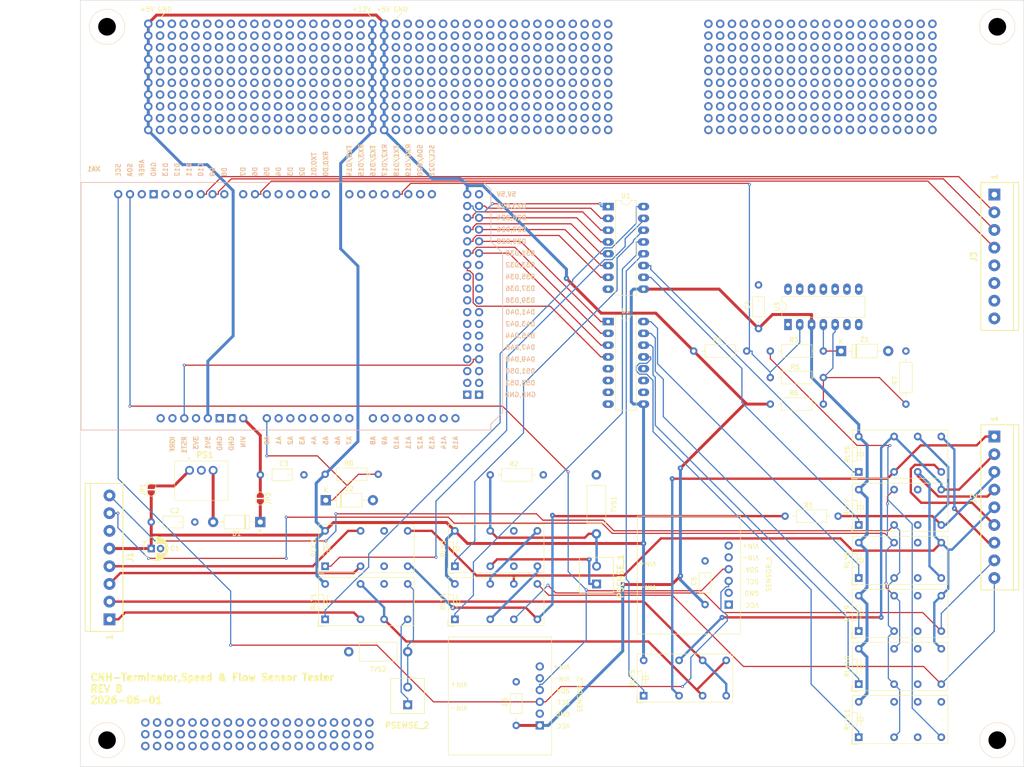
<source format=kicad_pcb>
(kicad_pcb (version 20221018) (generator pcbnew)
  (title_block (title "CNH-Terminator,Speed & Flow Sensor Tester") (rev "B") (company "TRISON SOLUTIONS LLC"))
  (layers (0 "F.Cu" signal) (1 "In1.Cu" power) (2 "In2.Cu" power) (31 "B.Cu" signal) (34 "B.Paste" user) (35 "F.Paste" user) (36 "B.SilkS" user "B.Silkscreen") (37 "F.SilkS" user "F.Silkscreen") (38 "B.Mask" user) (39 "F.Mask" user) (44 "Edge.Cuts" user))
  (net 0 "")
  (net 1 "+12V")
  (net 2 "GND")
  (net 3 "/Vin_Atmega")
  (net 4 "+5V")
  (net 5 "/+VDC_UUT_MAIN")
  (net 6 "/-VDC_UUT_MAIN")
  (net 7 "/+VDC_LOAD")
  (net 8 "/-VDC_LOAD")
  (net 9 "/-SCOPE_CH1")
  (net 10 "/+SCOPE_CH1")
  (net 11 "/SIG_GND")
  (net 12 "/CAN_BAT")
  (net 13 "/CAN_GND")
  (net 14 "Net-(J2-Pad6)")
  (net 15 "Net-(J2-Pad7)")
  (net 16 "/CAN_L")
  (net 17 "/CAN_H")
  (net 18 "+5VP")
  (net 19 "/ENA-")
  (net 20 "/DIR-")
  (net 21 "/PUL-")
  (net 417 "/+VL_SW")
  (net 418 "Net-(R3-Pad1)")
  (net 419 "Net-(U3A--)")
  (net 420 "/PULSE_COUNT")
  (net 421 "Net-(U3A-+)")
  (net 422 "/PWR_ON")
  (net 423 "/RLY1")
  (net 424 "/+VDC_UUT")
  (net 426 "/RLY2")
  (net 429 "/RLY3")
  (net 431 "Net-(RLY3-Pad8)")
  (net 432 "Net-(RLY3-Pad9)")
  (net 434 "/RLY4")
  (net 435 "/RLY5")
  (net 436 "/RLY6")
  (net 437 "/RLY7")
  (net 440 "/RLY8")
  (net 443 "/RLY9")
  (net 446 "/RLY10")
  (net 449 "/RLY11")
  (net 454 "/SCL")
  (net 455 "/SDA")
  (net 460 "Net-(U1-I1)")
  (net 461 "Net-(U1-I2)")
  (net 462 "Net-(U1-I3)")
  (net 463 "Net-(U1-I4)")
  (net 464 "Net-(U1-I5)")
  (net 465 "Net-(U1-I6)")
  (net 466 "Net-(U1-I7)")
  (net 467 "Net-(U2-I1)")
  (net 468 "Net-(U2-I2)")
  (net 469 "Net-(U2-I3)")
  (net 470 "Net-(U2-I4)")
  (net 531 "Net-(XA1-RESET)")
  (net 537 "/9DIO")
  (net 538 "/9OUT")
  (net 539 "/12IN")
  (net 759 "/UUT_IN+")
  (net 760 "Net-(J2-Pad3)")
  (net 761 "Net-(PSENSE_1-Pad1)")
  (net 762 "Net-(TVS1-A2)")
  (net 763 "Net-(TVS2-A1)")
  (net 764 "Net-(PSENSE_2-Pad1)")
  (footprint "Groz_KiCad_Libs:INA219_CURRENT_SENSOR" (layer "F.Cu") (at 149.733 201.93 90)
    (fp_text reference "SENSOR_2")
    (fp_text value "INA219_CURRENT_SENSOR")
  )
  (footprint "Groz_KiCad_Libs:SIP-20_PERF" (layer "F.Cu") (at 140.335 68.58 180)
    (fp_text reference "PR13" hide)
    (fp_text value "Conn_01x20_Perf" hide)
  )
  (footprint "Groz_KiCad_Libs:CONN-TH_EDSTLZ1555-9" (layer "F.Cu") (at 247.65 139.7 -90)
    (fp_text reference "J2")
    (fp_text value "EDSTLZ1555_9" hide)
  )
  (footprint "Groz_KiCad_Libs:SIP-20_PERF" (layer "F.Cu") (at 140.335 58.42 180)
    (fp_text reference "PR17" hide)
    (fp_text value "Conn_01x20_Perf" hide)
  )
  (footprint "Groz_KiCad_Libs:D_DO-41_SOD81_P10.16mm_Horizontal" (layer "F.Cu") (at 89.535 158.115 180)
    (fp_text reference "D1")
    (fp_text value "1N5817")
  )
  (footprint "Groz_KiCad_Libs:R_Axial_DIN0207_L6.3mm_D2.5mm_P11.43mm_Horizontal_0.25W" (layer "F.Cu") (at 199.39 121.285)
    (fp_text reference "R3")
    (fp_text value "1K")
  )
  (footprint "Groz_KiCad_Libs:SIP-20_PERF" (layer "F.Cu") (at 210.185 68.58)
    (fp_text reference "PR31" hide)
    (fp_text value "Conn_01x20_Perf" hide)
  )
  (footprint "Groz_KiCad_Libs:SIP-20_PERF" (layer "F.Cu") (at 140.335 50.8 180)
    (fp_text reference "PR20" hide)
    (fp_text value "Conn_01x20_Perf" hide)
  )
  (footprint "Groz_KiCad_Libs:SIP-20_PERF" (layer "F.Cu") (at 140.335 53.34 180)
    (fp_text reference "PR19" hide)
    (fp_text value "Conn_01x20_Perf" hide)
  )
  (footprint "Groz_KiCad_Libs:C_Axial_L170mil_D100mil_P370mil_Horizontal" (layer "F.Cu") (at 89.535 147.955)
    (fp_text reference "C3")
    (fp_text value "0.1uF")
  )
  (footprint "Groz_KiCad_Libs:D_DO-41_SOD81_P10.16mm_Horizontal" (layer "F.Cu") (at 214.63 121.285)
    (fp_text reference "Z1")
    (fp_text value "1N4732A")
  )
  (footprint "Groz_KiCad_Libs:CP_Radial_D5.0mm_P2.00mm" (layer "F.Cu") (at 66.04 163.83)
    (fp_text reference "C1")
    (fp_text value "10uF 35v")
  )
  (footprint "Groz_KiCad_Libs:SA20CA_P12.70mm_Horizontal" (layer "F.Cu") (at 161.925 147.955 -90)
    (fp_text reference "TVS1")
    (fp_text value "SA20CA")
  )
  (footprint "Groz_KiCad_Libs:SolderJumper-2_P1.3mm_Open_RoundedPad1.0x1.5mm" (layer "F.Cu") (at 66.04 151.145 90)
    (fp_text reference "JP1")
    (fp_text value "SolderJumper_2_Open")
  )
  (footprint "Groz_KiCad_Libs:MTH 6-32_NPTH" (layer "F.Cu") (at 248.285 205.105)
    (fp_text reference "MTH2")
    (fp_text value "MTH 6-32_NPTH" hide)
  )
  (footprint "Groz_KiCad_Libs:C_Axial_L170mil_D100mil_P370mil_Horizontal" (layer "F.Cu") (at 185.3438 175.895 90)
    (fp_text reference "C5")
    (fp_text value "0.1uF")
  )
  (footprint "Groz_KiCad_Libs:R_Axial_DIN0207_L6.3mm_D2.5mm_P11.43mm_Horizontal_0.25W" (layer "F.Cu") (at 210.82 127 180)
    (fp_text reference "R5")
    (fp_text value "33K")
  )
  (footprint "Groz_KiCad_Libs:SIP-20_PERF" (layer "F.Cu") (at 210.185 73.66)
    (fp_text reference "PR33" hide)
    (fp_text value "Conn_01x20_Perf" hide)
  )
  (footprint "Groz_KiCad_Libs:SIP-20_PERF" (layer "F.Cu") (at 89.535 50.8 180)
    (fp_text reference "PR10" hide)
    (fp_text value "Conn_01x20_Perf" hide)
  )
  (footprint "Groz_KiCad_Libs:SIP-20_PERF" (layer "F.Cu") (at 89.535 71.12 180)
    (fp_text reference "PR2" hide)
    (fp_text value "Conn_01x20_Perf" hide)
  )
  (footprint "Groz_KiCad_Libs:INA219_CURRENT_SENSOR" (layer "F.Cu") (at 190.423 175.8958 90)
    (fp_text reference "SENSOR_1")
    (fp_text value "INA219_CURRENT_SENSOR")
  )
  (footprint "Groz_KiCad_Libs:SIP-20_PERF" (layer "F.Cu") (at 140.335 66.04 180)
    (fp_text reference "PR14" hide)
    (fp_text value "Conn_01x20_Perf" hide)
  )
  (footprint "Groz_KiCad_Libs:SIP-20_PERF" (layer "F.Cu") (at 140.335 60.96 180)
    (fp_text reference "PR16" hide)
    (fp_text value "Conn_01x20_Perf" hide)
  )
  (footprint "Groz_KiCad_Libs:SIP-20_PERF" (layer "F.Cu") (at 210.185 53.34)
    (fp_text reference "PR25" hide)
    (fp_text value "Conn_01x20_Perf" hide)
  )
  (footprint "Groz_KiCad_Libs:1727010_2PIN_3.81mm_CONN" (layer "F.Cu") (at 161.975 171.45 90)
    (fp_text reference "PSENSE_1")
    (fp_text value "1727010_2PIN_3.81mm_CONN" hide)
  )
  (footprint "Groz_KiCad_Libs:SIP-20_PERF" (layer "F.Cu") (at 89.535 60.96 180)
    (fp_text reference "PR6" hide)
    (fp_text value "Conn_01x20_Perf" hide)
  )
  (footprint "Groz_KiCad_Libs:Relay_DPDT_Omron_G5V-2" (layer "F.Cu") (at 131.445 167.64 90)
    (fp_text reference "RLY3")
    (fp_text value "G5V-2_12DC")
  )
  (footprint "Groz_KiCad_Libs:SIP-20_PERF" (layer "F.Cu") (at 89.535 55.88 180)
    (fp_text reference "PR8" hide)
    (fp_text value "Conn_01x20_Perf" hide)
  )
  (footprint "Groz_KiCad_Libs:Relay_DPDT_Omron_G5V-2" (layer "F.Cu") (at 218.44 170.18 90)
    (fp_text reference "RLY8")
    (fp_text value "G5V-2_12DC")
  )
  (footprint "Groz_KiCad_Libs:SIP-20_PERF" (layer "F.Cu") (at 140.335 73.66 180)
    (fp_text reference "PR11" hide)
    (fp_text value "Conn_01x20_Perf" hide)
  )
  (footprint "Groz_KiCad_Libs:R78_9V_1A_SIP_TH" (layer "F.Cu") (at 74.295 146.975)
    (fp_text reference "PS1")
    (fp_text value "R-78B_9.0V-1.0A" hide)
  )
  (footprint "Groz_KiCad_Libs:SIP-20_PERF" (layer "F.Cu") (at 140.335 55.88 180)
    (fp_text reference "PR18" hide)
    (fp_text value "Conn_01x20_Perf" hide)
  )
  (footprint "Groz_KiCad_Libs:Relay_DPDT_Omron_G5V-2" (layer "F.Cu") (at 218.44 204.47 90)
    (fp_text reference "RLY11")
    (fp_text value "G5V-2_12DC")
  )
  (footprint "Groz_KiCad_Libs:R_Axial_DIN0207_L6.3mm_D2.5mm_P11.43mm_Horizontal_0.25W" (layer "F.Cu") (at 202.565 156.845)
    (fp_text reference "R1")
    (fp_text value "1k 1/2W")
  )
  (footprint "Groz_KiCad_Libs:MTH 6-32_NPTH" (layer "F.Cu") (at 56.515 51.435)
    (fp_text reference "MTH4")
    (fp_text value "MTH 6-32_NPTH" hide)
  )
  (footprint "Groz_KiCad_Libs:Relay_DPDT_Omron_G5V-2" (layer "F.Cu") (at 172.1175 195.5325 90)
    (fp_text reference "RLY5")
    (fp_text value "G5V-2_12DC")
  )
  (footprint "Groz_KiCad_Libs:SIP-20_PERF" (layer "F.Cu") (at 140.335 71.12 180)
    (fp_text reference "PR12" hide)
    (fp_text value "Conn_01x20_Perf" hide)
  )
  (footprint "Groz_KiCad_Libs:D_DO-41_SOD81_P10.16mm_Horizontal" (layer "F.Cu") (at 103.632 153.416)
    (fp_text reference "Z2")
    (fp_text value "1N4732A")
  )
  (footprint "Groz_KiCad_Libs:MTH 6-32_NPTH" (layer "F.Cu") (at 56.515 205.105)
    (fp_text reference "MTH1")
    (fp_text value "MTH 6-32_NPTH" hide)
  )
  (footprint "Groz_KiCad_Libs:R_Axial_DIN0207_L6.3mm_D2.5mm_P11.43mm_Horizontal_0.25W" (layer "F.Cu") (at 103.505 147.828)
    (fp_text reference "R8")
    (fp_text value "1K")
  )
  (footprint "Groz_KiCad_Libs:C_Axial_L170mil_D100mil_P370mil_Horizontal" (layer "F.Cu") (at 66.0316 158.115)
    (fp_text reference "C2")
    (fp_text value "0.1uF")
  )
  (footprint "Groz_KiCad_Libs:Relay_DPDT_Omron_G5V-2" (layer "F.Cu") (at 131.445 179.07 90)
    (fp_text reference "RLY4")
    (fp_text value "G5V-2_12DC")
  )
  (footprint "Groz_KiCad_Libs:SIP-20_PERF" (layer "F.Cu") (at 210.185 71.12)
    (fp_text reference "PR32" hide)
    (fp_text value "Conn_01x20_Perf" hide)
  )
  (footprint "Groz_KiCad_Libs:SIP-20_PERF" (layer "F.Cu") (at 88.9 201.295)
    (fp_text reference "PR22" hide)
    (fp_text value "Conn_01x20_Perf")
  )
  (footprint "Groz_KiCad_Libs:SIP-20_PERF" (layer "F.Cu") (at 88.9 203.835)
    (fp_text reference "PR23" hide)
    (fp_text value "Conn_01x20_Perf")
  )
  (footprint "Groz_KiCad_Libs:SIP-20_PERF" (layer "F.Cu") (at 210.185 50.8)
    (fp_text reference "PR24" hide)
    (fp_text value "Conn_01x20_Perf" hide)
  )
  (footprint "Groz_KiCad_Libs:1727010_2PIN_3.81mm_CONN" (layer "F.Cu") (at 121.285 197.485 90)
    (fp_text reference "PSENSE_2")
    (fp_text value "1727010_2PIN_3.81mm_CONN" hide)
  )
  (footprint "Groz_KiCad_Libs:R_Axial_DIN0207_L6.3mm_D2.5mm_P11.43mm_Horizontal_0.25W" (layer "F.Cu") (at 199.39 132.715)
    (fp_text reference "R6")
    (fp_text value "1K")
  )
  (footprint "Groz_KiCad_Libs:SIP-20_PERF" (layer "F.Cu") (at 210.185 60.96)
    (fp_text reference "PR28" hide)
    (fp_text value "Conn_01x20_Perf" hide)
  )
  (footprint "Groz_KiCad_Libs:Relay_DPDT_Omron_G5V-2" (layer "F.Cu") (at 218.44 181.61 90)
    (fp_text reference "RLY9")
    (fp_text value "G5V-2_12DC")
  )
  (footprint "Groz_KiCad_Libs:SIP-20_PERF" (layer "F.Cu") (at 89.535 73.66 180)
    (fp_text reference "PR1" hide)
    (fp_text value "Conn_01x20_Perf" hide)
  )
  (footprint "Groz_KiCad_Libs:SIP-20_PERF" (layer "F.Cu") (at 210.185 63.5)
    (fp_text reference "PR29" hide)
    (fp_text value "Conn_01x20_Perf" hide)
  )
  (footprint "Groz_KiCad_Libs:SIP-20_PERF" (layer "F.Cu") (at 89.535 53.34 180)
    (fp_text reference "PR9" hide)
    (fp_text value "Conn_01x20_Perf" hide)
  )
  (footprint "Groz_KiCad_Libs:SIP-20_PERF" (layer "F.Cu") (at 140.335 63.5 180)
    (fp_text reference "PR15" hide)
    (fp_text value "Conn_01x20_Perf" hide)
  )
  (footprint "Groz_KiCad_Libs:SA20CA_P12.70mm_Horizontal" (layer "F.Cu") (at 121.285 186.055 180)
    (fp_text reference "TVS2")
    (fp_text value "SA20CA")
  )
  (footprint "Groz_KiCad_Libs:Relay_DPDT_Omron_G5V-2" (layer "F.Cu") (at 218.44 193.04 90)
    (fp_text reference "RLY10")
    (fp_text value "G5V-2_12DC")
  )
  (footprint "Groz_KiCad_Libs:DIP-14_W7.62mm_LongPads" (layer "F.Cu") (at 203.2 115.57 90)
    (fp_text reference "U3")
    (fp_text value "LM339")
  )
  (footprint "Groz_KiCad_Libs:CONN-TH_EDSTLZ1555-8" (layer "F.Cu") (at 247.65 87.5825 -90)
    (fp_text reference "J3")
    (fp_text value "EDSTLZ1555_8" hide)
  )
  (footprint "Groz_KiCad_Libs:Relay_DPDT_Omron_G5V-2" (layer "F.Cu") (at 103.505 167.64 90)
    (fp_text reference "RLY2")
    (fp_text value "G5V-2_12DC")
  )
  (footprint "Groz_KiCad_Libs:C_Axial_L170mil_D100mil_P370mil_Horizontal" (layer "F.Cu") (at 144.653 201.93 90)
    (fp_text reference "C6")
    (fp_text value "0.1uF")
  )
  (footprint "Groz_KiCad_Libs:SIP-20_PERF" (layer "F.Cu") (at 89.535 66.04 180)
    (fp_text reference "PR4" hide)
    (fp_text value "Conn_01x20_Perf" hide)
  )
  (footprint "Groz_KiCad_Libs:Arduino_Mega2560_Shield" (layer "F.Cu") (at 40.132 138.303)
    (fp_text reference "XA1")
    (fp_text value "Arduino_Mega2560_Shield")
  )
  (footprint "Groz_KiCad_Libs:R_Axial_DIN0207_L6.3mm_D2.5mm_P11.43mm_Horizontal_0.25W" (layer "F.Cu") (at 139.065 147.955)
    (fp_text reference "R2")
    (fp_text value "5.6k")
  )
  (footprint "Groz_KiCad_Libs:SIP-20_PERF" (layer "F.Cu") (at 210.185 66.04)
    (fp_text reference "PR30" hide)
    (fp_text value "Conn_01x20_Perf" hide)
  )
  (footprint "Groz_KiCad_Libs:DIP-16_W7.62mm_LongPads" (layer "F.Cu") (at 164.465 90.17)
    (fp_text reference "U1")
    (fp_text value "ULN2003A")
  )
  (footprint "Groz_KiCad_Libs:R_Axial_DIN0207_L6.3mm_D2.5mm_P11.43mm_Horizontal_0.25W" (layer "F.Cu") (at 182.88 121.285)
    (fp_text reference "R4")
    (fp_text value "10K")
  )
  (footprint "Groz_KiCad_Libs:SIP-20_PERF" (layer "F.Cu") (at 89.535 58.42 180)
    (fp_text reference "PR7" hide)
    (fp_text value "Conn_01x20_Perf" hide)
  )
  (footprint "Groz_KiCad_Libs:DIP-16_W7.62mm_LongPads" (layer "F.Cu") (at 164.465 114.935)
    (fp_text reference "U2")
    (fp_text value "ULN2003A")
  )
  (footprint "Groz_KiCad_Libs:SIP-20_PERF" (layer "F.Cu") (at 89.535 63.5 180)
    (fp_text reference "PR5" hide)
    (fp_text value "Conn_01x20_Perf" hide)
  )
  (footprint "Groz_KiCad_Libs:MTH 6-32_NPTH" (layer "F.Cu") (at 248.285 51.435)
    (fp_text reference "MTH3")
    (fp_text value "MTH 6-32_NPTH" hide)
  )
  (footprint "Groz_KiCad_Libs:SIP-20_PERF" (layer "F.Cu") (at 88.9 206.375)
    (fp_text reference "PR21" hide)
    (fp_text value "Conn_01x20_Perf")
  )
  (footprint "Groz_KiCad_Libs:Relay_DPDT_Omron_G5V-2" (layer "F.Cu") (at 103.505 179.0704 90)
    (fp_text reference "RLY1")
    (fp_text value "G5V-2_12DC")
  )
  (footprint "Groz_KiCad_Libs:R_Axial_DIN0207_L6.3mm_D2.5mm_P11.43mm_Horizontal_0.25W" (layer "F.Cu") (at 228.6 132.715 90)
    (fp_text reference "R7")
    (fp_text value "2K")
  )
  (footprint "Groz_KiCad_Libs:SIP-20_PERF" (layer "F.Cu") (at 89.535 68.58 180)
    (fp_text reference "PR3" hide)
    (fp_text value "Conn_01x20_Perf" hide)
  )
  (footprint "Groz_KiCad_Libs:SolderJumper-2_P1.3mm_Open_RoundedPad1.0x1.5mm" (layer "F.Cu") (at 89.535 153.05 -90)
    (fp_text reference "JP2")
    (fp_text value "SolderJumper_2_Open")
  )
  (footprint "Groz_KiCad_Libs:Relay_DPDT_Omron_G5V-2" (layer "F.Cu") (at 218.44 147.32 90)
    (fp_text reference "RLY6")
    (fp_text value "G5V-2_12DC")
  )
  (footprint "Groz_KiCad_Libs:SIP-20_PERF" (layer "F.Cu") (at 210.185 55.88)
    (fp_text reference "PR26" hide)
    (fp_text value "Conn_01x20_Perf" hide)
  )
  (footprint "Groz_KiCad_Libs:C_Axial_L170mil_D100mil_P370mil_Horizontal" (layer "F.Cu") (at 196.85 116.442 90)
    (fp_text reference "C4")
    (fp_text value "0.1uF")
  )
  (footprint "Groz_KiCad_Libs:Relay_DPDT_Omron_G5V-2" (layer "F.Cu") (at 218.44 158.75 90)
    (fp_text reference "RLY7")
    (fp_text value "G5V-2_12DC")
  )
  (footprint "Groz_KiCad_Libs:SIP-20_PERF" (layer "F.Cu") (at 210.185 58.42)
    (fp_text reference "PR27" hide)
    (fp_text value "Conn_01x20_Perf" hide)
  )
  (footprint "Groz_KiCad_Libs:CONN-TH_EDSTLZ1555-8" (layer "F.Cu") (at 57.0484 179.07 90)
    (fp_text reference "J1")
    (fp_text value "EDSTLZ1555_8" hide)
  )
  (gr_line (start 113.665 49.53) (end 112.649 48.514) (stroke (width 0.1524)) (layer "F.SilkS"))
  (gr_line (start 67.945 49.53) (end 69.088 48.387) (stroke (width 0.1524)) (layer "F.SilkS"))
  (gr_line (start 118.872 49.53) (end 120.015 48.387) (stroke (width 0.1524)) (layer "F.SilkS"))
  (gr_line (start 254 210.82) (end 50.8 210.82) (stroke (width 0.1016)) (layer "Edge.Cuts"))
  (gr_line (start 254 45.72) (end 254 210.82) (stroke (width 0.1016)) (layer "Edge.Cuts"))
  (gr_line (start 254 45.72) (end 50.8 45.72) (stroke (width 0.1016)) (layer "Edge.Cuts"))
  (gr_line (start 50.8 210.82) (end 50.8 45.72) (stroke (width 0.1016)) (layer "Edge.Cuts"))
  (gr_text "${TITLE}\nREV ${REVISION}\n${CURRENT_DATE}" (at 52.7304 197.3834) (layer "F.SilkS") (effects (font (size 1.524 1.524) (thickness 0.381) bold) (justify left bottom)))
  (gr_text "GND" (at 67.31 48.26) (layer "F.SilkS") (effects (font (size 1.016 1.016) (thickness 0.1524)) (justify left bottom)))
  (gr_text "+5V" (at 114.3 48.26) (layer "F.SilkS") (effects (font (size 1.016 1.016) (thickness 0.1524)) (justify left bottom)))
  (gr_text "GND" (at 118.11 48.26) (layer "F.SilkS") (effects (font (size 1.016 1.016) (thickness 0.1524)) (justify left bottom)))
  (gr_text "+5V" (at 63.5 48.26) (layer "F.SilkS") (effects (font (size 1.016 1.016) (thickness 0.1524)) (justify left bottom)))
  (gr_text "XA1" (at 53.975 81.915) (layer "F.SilkS") (effects (font (size 1.016 1.016) (thickness 0.1524))))
  (gr_text "+12V" (at 109.22 48.26) (layer "F.SilkS") (effects (font (size 1.016 1.016) (thickness 0.1524)) (justify left bottom)))
  (segment (start 131.4429 160.02) (end 131.445 160.02) (width 0.635) (layer "F.Cu") (net 1))
  (segment (start 105.3045 158.2205) (end 129.6434 158.2205) (width 0.635) (layer "F.Cu") (net 1))
  (segment (start 131.445 160.02) (end 134.1586 162.7336) (width 0.635) (layer "F.Cu") (net 1))
  (segment (start 103.505 160.02) (end 102.5931 160.9319) (width 0.635) (layer "F.Cu") (net 1))
  (segment locked (start 66.04 163.83) (end 66.04 151.9475) (width 0.635) (layer "F.Cu") (net 1))
  (segment locked (start 57.0484 163.83) (end 66.04 163.83) (width 0.635) (layer "F.Cu") (net 1))
  (segment (start 134.1586 162.7336) (end 172.085 162.7336) (width 0.635) (layer "F.Cu") (net 1))
  (segment (start 208.28 113.4156) (end 199.8764 113.4156) (width 0.635) (layer "F.Cu") (net 1))
  (segment (start 102.5931 160.9319) (end 66.04 160.9319) (width 0.635) (layer "F.Cu") (net 1))
  (segment (start 208.28 115.57) (end 208.28 113.4156) (width 0.635) (layer "F.Cu") (net 1))
  (segment (start 199.8764 113.4156) (end 196.85 116.442) (width 0.635) (layer "F.Cu") (net 1))
  (segment (start 66.04 157.3302) (end 66.0316 157.3386) (width 0.635) (layer "F.Cu") (net 1))
  (segment (start 66.0316 157.3386) (end 66.0316 158.115) (width 0.635) (layer "F.Cu") (net 1))
  (segment (start 188.358 107.95) (end 196.85 116.442) (width 0.635) (layer "F.Cu") (net 1))
  (segment (start 103.505 160.02) (end 105.3045 158.2205) (width 0.635) (layer "F.Cu") (net 1))
  (segment (start 172.085 107.95) (end 188.358 107.95) (width 0.635) (layer "F.Cu") (net 1))
  (segment (start 129.6434 158.2205) (end 131.4429 160.02) (width 0.635) (layer "F.Cu") (net 1))
  (via (at 172.085 162.7336) (size 1.143) (drill 0.381) (layers "F.Cu" "B.Cu") (net 1))
  (segment (start 220.2652 152.9552) (end 220.2652 160.7348) (width 0.635) (layer "B.Cu") (net 1))
  (segment (start 113.665 68.58) (end 113.665 71.12) (width 0.635) (layer "B.Cu") (net 1))
  (segment (start 220.2199 164.3399) (end 218.44 162.56) (width 0.635) (layer "B.Cu") (net 1))
  (segment (start 208.28 115.57) (end 208.28 126.9478) (width 0.635) (layer "B.Cu") (net 1))
  (segment (start 172.085 187.88) (end 172.085 162.7336) (width 0.635) (layer "B.Cu") (net 1))
  (segment (start 172.1175 187.9125) (end 172.085 187.88) (width 0.635) (layer "B.Cu") (net 1))
  (segment (start 220.2199 183.6401) (end 218.44 185.42) (width 0.635) (layer "B.Cu") (net 1))
  (segment (start 103.505 171.4504) (end 101.7222 169.6676) (width 0.635) (layer "B.Cu") (net 1))
  (segment (start 101.5776 149.7554) (end 103.505 147.828) (width 0.635) (layer "B.Cu") (net 1))
  (segment (start 169.4461 108.4345) (end 169.4461 132.2305) (width 0.635) (layer "B.Cu") (net 1))
  (segment (start 208.28 126.9478) (end 218.44 137.1078) (width 0.635) (layer "B.Cu") (net 1))
  (segment (start 218.44 173.99) (end 220.2199 172.2101) (width 0.635) (layer "B.Cu") (net 1))
  (segment (start 113.665 55.88) (end 113.665 53.34) (width 0.635) (layer "B.Cu") (net 1))
  (segment (start 101.5776 158.0926) (end 101.5776 149.7554) (width 0.635) (layer "B.Cu") (net 1))
  (segment (start 113.665 58.42) (end 113.665 60.96) (width 0.635) (layer "B.Cu") (net 1))
  (segment (start 113.665 71.12) (end 113.665 73.66) (width 0.635) (layer "B.Cu") (net 1))
  (segment (start 113.665 66.04) (end 113.665 68.58) (width 0.635) (layer "B.Cu") (net 1))
  (segment (start 220.2199 172.2101) (end 220.2199 164.3399) (width 0.635) (layer "B.Cu") (net 1))
  (segment (start 220.2199 187.1999) (end 220.2199 195.0701) (width 0.635) (layer "B.Cu") (net 1))
  (segment (start 169.9306 107.95) (end 169.4461 108.4345) (width 0.635) (layer "B.Cu") (net 1))
  (segment (start 101.7222 161.8028) (end 103.505 160.02) (width 0.635) (layer "B.Cu") (net 1))
  (segment (start 113.665 63.5) (end 113.665 60.96) (width 0.635) (layer "B.Cu") (net 1))
  (segment (start 129.6232 169.6282) (end 129.6232 161.8418) (width 0.635) (layer "B.Cu") (net 1))
  (segment (start 220.2652 160.7348) (end 218.44 162.56) (width 0.635) (layer "B.Cu") (net 1))
  (segment (start 113.665 53.34) (end 113.665 50.8) (width 0.635) (layer "B.Cu") (net 1))
  (segment (start 220.2199 175.7699) (end 220.2199 183.6401) (width 0.635) (layer "B.Cu") (net 1))
  (segment (start 172.085 107.95) (end 169.9306 107.95) (width 0.635) (layer "B.Cu") (net 1))
  (segment (start 101.7222 169.6676) (end 101.7222 161.8028) (width 0.635) (layer "B.Cu") (net 1))
  (segment (start 218.44 151.13) (end 220.2652 152.9552) (width 0.635) (layer "B.Cu") (net 1))
  (segment (start 106.8393 80.8596) (end 106.8393 99.259) (width 0.635) (layer "B.Cu") (net 1))
  (segment (start 218.44 185.42) (end 220.2199 187.1999) (width 0.635) (layer "B.Cu") (net 1))
  (segment (start 110.5625 102.9822) (end 110.5625 140.7705) (width 0.635) (layer "B.Cu") (net 1))
  (segment (start 110.5625 140.7705) (end 103.505 147.828) (width 0.635) (layer "B.Cu") (net 1))
  (segment (start 220.259 141.519) (end 218.44 139.7) (width 0.635) (layer "B.Cu") (net 1))
  (segment (start 106.8393 99.259) (end 110.5625 102.9822) (width 0.635) (layer "B.Cu") (net 1))
  (segment (start 218.44 137.1078) (end 218.44 139.7) (width 0.635) (layer "B.Cu") (net 1))
  (segment (start 113.665 73.66) (end 113.665 74.0339) (width 0.635) (layer "B.Cu") (net 1))
  (segment (start 218.44 173.99) (end 220.2199 175.7699) (width 0.635) (layer "B.Cu") (net 1))
  (segment (start 113.665 74.0339) (end 106.8393 80.8596) (width 0.635) (layer "B.Cu") (net 1))
  (segment (start 129.6232 161.8418) (end 131.445 160.02) (width 0.635) (layer "B.Cu") (net 1))
  (segment (start 172.085 162.7336) (end 172.085 132.715) (width 0.635) (layer "B.Cu") (net 1))
  (segment (start 113.665 55.88) (end 113.665 58.42) (width 0.635) (layer "B.Cu") (net 1))
  (segment (start 220.2199 195.0701) (end 218.44 196.85) (width 0.635) (layer "B.Cu") (net 1))
  (segment (start 169.4461 132.2305) (end 169.9306 132.715) (width 0.635) (layer "B.Cu") (net 1))
  (segment (start 172.085 132.715) (end 169.9306 132.715) (width 0.635) (layer "B.Cu") (net 1))
  (segment (start 131.445 171.45) (end 129.6232 169.6282) (width 0.635) (layer "B.Cu") (net 1))
  (segment (start 103.505 160.02) (end 101.5776 158.0926) (width 0.635) (layer "B.Cu") (net 1))
  (segment (start 220.259 149.311) (end 220.259 141.519) (width 0.635) (layer "B.Cu") (net 1))
  (segment (start 218.44 151.13) (end 220.259 149.311) (width 0.635) (layer "B.Cu") (net 1))
  (segment (start 113.665 66.04) (end 113.665 63.5) (width 0.635) (layer "B.Cu") (net 1))
  (segment locked (start 89.535 139.446) (end 85.852 135.763) (width 0.635) (layer "F.Cu") (net 3))
  (segment locked (start 89.535 147.955) (end 89.535 139.446) (width 0.635) (layer "F.Cu") (net 3))
  (segment locked (start 89.535 147.955) (end 89.535 152.2475) (width 0.635) (layer "F.Cu") (net 3))
  (segment (start 167.6032 171.581) (end 178.1663 171.581) (width 0.635) (layer "F.Cu") (net 4))
  (segment (start 114.5017 48.9235) (end 116.205 50.6268) (width 0.635) (layer "F.Cu") (net 4))
  (segment (start 194.0619 132.4669) (end 194.31 132.715) (width 0.635) (layer "F.Cu") (net 4))
  (segment (start 194.0619 132.4669) (end 182.88 121.285) (width 0.635) (layer "F.Cu") (net 4))
  (segment (start 162.9655 113.1277) (end 155.479 105.6412) (width 0.635) (layer "F.Cu") (net 4))
  (segment (start 144.653 201.93) (end 149.733 201.93) (width 0.635) (layer "F.Cu") (net 4))
  (segment (start 65.405 50.8) (end 65.405 50.6942) (width 0.635) (layer "F.Cu") (net 4))
  (segment (start 116.205 50.6268) (end 116.205 50.8) (width 0.635) (layer "F.Cu") (net 4))
  (segment (start 67.1757 48.9235) (end 114.5017 48.9235) (width 0.635) (layer "F.Cu") (net 4))
  (segment (start 174.7227 113.1277) (end 162.9655 113.1277) (width 0.635) (layer "F.Cu") (net 4))
  (segment (start 65.405 50.6942) (end 67.1757 48.9235) (width 0.635) (layer "F.Cu") (net 4))
  (segment (start 194.0619 132.4669) (end 180.0304 146.4984) (width 0.635) (layer "F.Cu") (net 4))
  (segment (start 178.1663 171.581) (end 180.0304 169.7169) (width 0.635) (layer "F.Cu") (net 4))
  (segment (start 182.88 121.285) (end 174.7227 113.1277) (width 0.635) (layer "F.Cu") (net 4))
  (segment (start 194.31 132.715) (end 199.39 132.715) (width 0.635) (layer "F.Cu") (net 4))
  (via (at 180.0304 169.7169) (size 1.143) (drill 0.381) (layers "F.Cu" "B.Cu") (net 4))
  (via (at 167.6032 171.581) (size 1.143) (drill 0.381) (layers "F.Cu" "B.Cu") (net 4))
  (via (at 155.479 105.6412) (size 1.143) (drill 0.381) (layers "F.Cu" "B.Cu") (net 4))
  (via (at 180.0304 146.4984) (size 1.143) (drill 0.381) (layers "F.Cu" "B.Cu") (net 4))
  (segment (start 78.232 123.4751) (end 78.232 135.763) (width 0.635) (layer "B.Cu") (net 4))
  (segment (start 180.0304 170.5816) (end 180.0304 169.7169) (width 0.635) (layer "B.Cu") (net 4))
  (segment (start 116.205 60.96) (end 116.205 58.42) (width 0.635) (layer "B.Cu") (net 4))
  (segment (start 83.687 86.7269) (end 83.687 118.0201) (width 0.635) (layer "B.Cu") (net 4))
  (segment (start 116.205 71.12) (end 116.205 68.58) (width 0.635) (layer "B.Cu") (net 4))
  (segment (start 116.205 73.7767) (end 116.205 73.66) (width 0.635) (layer "B.Cu") (net 4))
  (segment (start 65.405 63.5) (end 65.405 60.96) (width 0.635) (layer "B.Cu") (net 4))
  (segment (start 126.5765 84.1482) (end 116.205 73.7767) (width 0.635) (layer "B.Cu") (net 4))
  (segment (start 185.3438 175.895) (end 180.0304 170.5816) (width 0.635) (layer "B.Cu") (net 4))
  (segment (start 65.405 53.34) (end 65.405 50.8) (width 0.635) (layer "B.Cu") (net 4))
  (segment (start 65.405 73.66) (end 65.405 73.7689) (width 0.635) (layer "B.Cu") (net 4))
  (segment (start 116.205 53.34) (end 116.205 55.88) (width 0.635) (layer "B.Cu") (net 4))
  (segment (start 116.205 66.04) (end 116.205 68.58) (width 0.635) (layer "B.Cu") (net 4))
  (segment (start 134.112 85.6596) (end 132.6006 84.1482) (width 0.635) (layer "B.Cu") (net 4))
  (segment (start 116.205 63.5) (end 116.205 60.96) (width 0.635) (layer "B.Cu") (net 4))
  (segment (start 116.205 53.34) (end 116.205 50.8) (width 0.635) (layer "B.Cu") (net 4))
  (segment (start 180.0304 169.7169) (end 180.0304 146.4984) (width 0.635) (layer "B.Cu") (net 4))
  (segment (start 65.405 68.58) (end 65.405 71.12) (width 0.635) (layer "B.Cu") (net 4))
  (segment (start 65.405 58.42) (end 65.405 55.88) (width 0.635) (layer "B.Cu") (net 4))
  (segment (start 116.205 71.12) (end 116.205 73.66) (width 0.635) (layer "B.Cu") (net 4))
  (segment (start 149.733 201.93) (end 151.5764 201.93) (width 0.635) (layer "B.Cu") (net 4))
  (segment (start 155.479 105.6412) (end 155.479 103.6504) (width 0.635) (layer "B.Cu") (net 4))
  (segment (start 65.405 73.7689) (end 72.7738 81.1377) (width 0.635) (layer "B.Cu") (net 4))
  (segment (start 155.479 103.6504) (end 137.4882 85.6596) (width 0.635) (layer "B.Cu") (net 4))
  (segment (start 137.4882 85.6596) (end 134.112 85.6596) (width 0.635) (layer "B.Cu") (net 4))
  (segment (start 116.205 55.88) (end 116.205 58.42) (width 0.635) (layer "B.Cu") (net 4))
  (segment (start 65.405 58.42) (end 65.405 60.96) (width 0.635) (layer "B.Cu") (net 4))
  (segment (start 167.6032 171.581) (end 167.6032 185.9032) (width 0.635) (layer "B.Cu") (net 4))
  (segment (start 83.687 118.0201) (end 78.232 123.4751) (width 0.635) (layer "B.Cu") (net 4))
  (segment (start 78.0978 81.1377) (end 83.687 86.7269) (width 0.635) (layer "B.Cu") (net 4))
  (segment (start 72.7738 81.1377) (end 78.0978 81.1377) (width 0.635) (layer "B.Cu") (net 4))
  (segment (start 132.6006 84.1482) (end 126.5765 84.1482) (width 0.635) (layer "B.Cu") (net 4))
  (segment (start 167.6032 185.9032) (end 151.5764 201.93) (width 0.635) (layer "B.Cu") (net 4))
  (segment (start 116.205 63.5) (end 116.205 66.04) (width 0.635) (layer "B.Cu") (net 4))
  (segment (start 65.405 66.04) (end 65.405 68.58) (width 0.635) (layer "B.Cu") (net 4))
  (segment (start 65.405 71.12) (end 65.405 73.66) (width 0.635) (layer "B.Cu") (net 4))
  (segment (start 65.405 66.04) (end 65.405 63.5) (width 0.635) (layer "B.Cu") (net 4))
  (segment (start 134.112 87.503) (end 134.112 85.6596) (width 0.635) (layer "B.Cu") (net 4))
  (segment (start 65.405 55.88) (end 65.405 53.34) (width 0.635) (layer "B.Cu") (net 4))
  (segment (start 109.6626 177.608) (end 111.125 179.0704) (width 0.508) (layer "F.Cu") (net 5))
  (segment (start 58.9553 179.07) (end 60.4173 177.608) (width 0.508) (layer "F.Cu") (net 5))
  (segment (start 60.4173 177.608) (end 109.6626 177.608) (width 0.508) (layer "F.Cu") (net 5))
  (segment (start 57.0484 179.07) (end 58.9553 179.07) (width 0.508) (layer "F.Cu") (net 5))
  (segment (start 184.8175 187.9125) (end 172.165 175.26) (width 0.508) (layer "F.Cu") (net 6))
  (segment (start 172.165 175.26) (end 57.0484 175.26) (width 0.508) (layer "F.Cu") (net 6))
  (segment (start 184.8175 187.9125) (end 189.8975 192.9925) (width 0.508) (layer "B.Cu") (net 6))
  (segment (start 189.8975 192.9925) (end 189.8975 195.5325) (width 0.508) (layer "B.Cu") (net 6))
  (segment (start 109.6613 169.1037) (end 111.125 167.64) (width 0.508) (layer "F.Cu") (net 7))
  (segment (start 59.3947 169.1037) (end 109.6613 169.1037) (width 0.508) (layer "F.Cu") (net 7))
  (segment (start 57.0484 171.45) (end 59.3947 169.1037) (width 0.508) (layer "F.Cu") (net 7))
  (segment (start 57.0484 167.64) (end 100.8352 167.64) (width 0.508) (layer "F.Cu") (net 8))
  (segment (start 100.8352 167.64) (end 108.4552 160.02) (width 0.508) (layer "F.Cu") (net 8))
  (segment (start 108.4552 160.02) (end 111.125 160.02) (width 0.508) (layer "F.Cu") (net 8))
  (segment (start 224.623 152.567) (end 224.623 154.1656) (width 0.254) (layer "F.Cu") (net 9))
  (segment (start 226.06 173.99) (end 224.3329 172.2629) (width 0.254) (layer "F.Cu") (net 9))
  (segment (start 165.3219 160.5536) (end 224.0536 160.5536) (width 0.254) (layer "F.Cu") (net 9))
  (segment (start 57.0484 156.21) (end 58.868 156.21) (width 0.254) (layer "F.Cu") (net 9))
  (segment (start 163.137 158.3687) (end 165.3219 160.5536) (width 0.254) (layer "F.Cu") (net 9))
  (segment (start 130.0289 157.0767) (end 131.3209 158.3687) (width 0.254) (layer "F.Cu") (net 9))
  (segment (start 224.3329 172.2629) (end 224.3329 171.313) (width 0.254) (layer "F.Cu") (net 9))
  (segment (start 131.3209 158.3687) (end 163.137 158.3687) (width 0.254) (layer "F.Cu") (net 9))
  (segment (start 224.0536 160.5536) (end 226.06 162.56) (width 0.254) (layer "F.Cu") (net 9))
  (segment (start 95.1254 157.0767) (end 130.0289 157.0767) (width 0.254) (layer "F.Cu") (net 9))
  (segment (start 226.06 151.13) (end 224.623 152.567) (width 0.254) (layer "F.Cu") (net 9))
  (segment (start 95.1254 165.9427) (end 65.4581 165.9427) (width 0.254) (layer "F.Cu") (net 9))
  (via (at 224.623 154.1656) (size 0.635) (drill 0.3048) (layers "F.Cu" "B.Cu") (net 9))
  (via (at 95.1254 157.0767) (size 0.635) (drill 0.3048) (layers "F.Cu" "B.Cu") (net 9))
  (via (at 65.4581 165.9427) (size 0.635) (drill 0.3048) (layers "F.Cu" "B.Cu") (net 9))
  (via (at 58.868 156.21) (size 0.635) (drill 0.3048) (layers "F.Cu" "B.Cu") (net 9))
  (via (at 224.3329 171.313) (size 0.635) (drill 0.3048) (layers "F.Cu" "B.Cu") (net 9))
  (via (at 95.1254 165.9427) (size 0.635) (drill 0.3048) (layers "F.Cu" "B.Cu") (net 9))
  (segment (start 226.06 185.42) (end 227.2502 184.2298) (width 0.254) (layer "B.Cu") (net 9))
  (segment (start 58.868 159.3526) (end 65.4581 165.9427) (width 0.254) (layer "B.Cu") (net 9))
  (segment (start 224.623 161.123) (end 226.06 162.56) (width 0.254) (layer "B.Cu") (net 9))
  (segment (start 227.2502 175.1802) (end 226.06 173.99) (width 0.254) (layer "B.Cu") (net 9))
  (segment (start 95.1254 157.0767) (end 95.1254 165.9427) (width 0.254) (layer "B.Cu") (net 9))
  (segment (start 224.3329 171.313) (end 224.3329 164.2871) (width 0.254) (layer "B.Cu") (net 9))
  (segment (start 58.868 156.21) (end 58.868 159.3526) (width 0.254) (layer "B.Cu") (net 9))
  (segment (start 224.3329 164.2871) (end 226.06 162.56) (width 0.254) (layer "B.Cu") (net 9))
  (segment (start 224.623 154.1656) (end 224.623 161.123) (width 0.254) (layer "B.Cu") (net 9))
  (segment (start 227.2502 184.2298) (end 227.2502 175.1802) (width 0.254) (layer "B.Cu") (net 9))
  (segment (start 149.0114 156.3392) (end 105.8171 156.3392) (width 0.254) (layer "F.Cu") (net 10))
  (segment (start 165.689 159.9939) (end 163.4088 157.7137) (width 0.254) (layer "F.Cu") (net 10))
  (segment (start 224.8161 159.9939) (end 165.689 159.9939) (width 0.254) (layer "F.Cu") (net 10))
  (segment (start 163.4088 157.7137) (end 150.3859 157.7137) (width 0.254) (layer "F.Cu") (net 10))
  (segment (start 226.06 158.75) (end 224.8161 159.9939) (width 0.254) (layer "F.Cu") (net 10))
  (segment (start 150.3859 157.7137) (end 149.0114 156.3392) (width 0.254) (layer "F.Cu") (net 10))
  (segment (start 67.3649 162.2039) (end 103.6503 162.2039) (width 0.254) (layer "F.Cu") (net 10))
  (via (at 67.3649 162.2039) (size 0.635) (drill 0.3048) (layers "F.Cu" "B.Cu") (net 10))
  (via (at 105.8171 156.3392) (size 0.635) (drill 0.3048) (layers "F.Cu" "B.Cu") (net 10))
  (via (at 103.6503 162.2039) (size 0.635) (drill 0.3048) (layers "F.Cu" "B.Cu") (net 10))
  (segment (start 224.8279 171.7727) (end 226.06 170.5406) (width 0.254) (layer "B.Cu") (net 10))
  (segment (start 226.06 204.47) (end 227.2506 203.2794) (width 0.254) (layer "B.Cu") (net 10))
  (segment (start 226.06 193.04) (end 224.8182 191.7982) (width 0.254) (layer "B.Cu") (net 10))
  (segment (start 57.0484 152.4) (end 66.8523 162.2039) (width 0.254) (layer "B.Cu") (net 10))
  (segment (start 227.2506 203.2794) (end 227.2506 194.2306) (width 0.254) (layer "B.Cu") (net 10))
  (segment (start 227.2492 168.9908) (end 226.06 170.18) (width 0.254) (layer "B.Cu") (net 10))
  (segment (start 224.8182 182.8518) (end 226.06 181.61) (width 0.254) (layer "B.Cu") (net 10))
  (segment (start 226.06 170.5406) (end 226.06 170.18) (width 0.254) (layer "B.Cu") (net 10))
  (segment (start 226.06 158.75) (end 227.2492 159.9392) (width 0.254) (layer "B.Cu") (net 10))
  (segment (start 227.2506 194.2306) (end 226.06 193.04) (width 0.254) (layer "B.Cu") (net 10))
  (segment (start 105.8171 156.3392) (end 105.8171 160.0371) (width 0.254) (layer "B.Cu") (net 10))
  (segment (start 226.06 181.61) (end 224.8279 180.3779) (width 0.254) (layer "B.Cu") (net 10))
  (segment (start 105.8171 160.0371) (end 103.6503 162.2039) (width 0.254) (layer "B.Cu") (net 10))
  (segment (start 66.8523 162.2039) (end 67.3649 162.2039) (width 0.254) (layer "B.Cu") (net 10))
  (segment (start 227.2492 159.9392) (end 227.2492 168.9908) (width 0.254) (layer "B.Cu") (net 10))
  (segment (start 224.8279 180.3779) (end 224.8279 171.7727) (width 0.254) (layer "B.Cu") (net 10))
  (segment (start 224.8182 191.7982) (end 224.8182 182.8518) (width 0.254) (layer "B.Cu") (net 10))
  (segment (start 236.22 151.13) (end 240.03 151.13) (width 0.508) (layer "F.Cu") (net 11))
  (segment (start 188.9923 178.6577) (end 223.2641 178.6577) (width 0.508) (layer "F.Cu") (net 11))
  (segment (start 240.03 151.13) (end 247.65 143.51) (width 0.508) (layer "F.Cu") (net 11))
  (via (at 188.9923 178.6577) (size 1.0668) (drill 0.3048) (layers "F.Cu" "B.Cu") (net 11))
  (via (at 223.2641 178.6577) (size 1.0668) (drill 0.3048) (layers "F.Cu" "B.Cu") (net 11))
  (segment (start 236.22 151.13) (end 236.22 149.86) (width 0.508) (layer "B.Cu") (net 11))
  (segment (start 236.22 149.86) (end 226.06 139.7) (width 0.508) (layer "B.Cu") (net 11))
  (segment (start 225.7229 139.7) (end 223.2641 142.1588) (width 0.508) (layer "B.Cu") (net 11))
  (segment (start 226.06 139.7) (end 225.7229 139.7) (width 0.508) (layer "B.Cu") (net 11))
  (segment (start 223.2641 142.1588) (end 223.2641 178.6577) (width 0.508) (layer "B.Cu") (net 11))
  (segment (start 179.7375 187.9125) (end 188.9923 178.6577) (width 0.508) (layer "B.Cu") (net 11))
  (segment (start 231.14 147.32) (end 231.14 148.1747) (width 0.508) (layer "F.Cu") (net 12))
  (segment (start 231.14 148.1747) (end 235.5833 152.618) (width 0.508) (layer "F.Cu") (net 12))
  (segment (start 235.5833 152.618) (end 246.162 152.618) (width 0.508) (layer "F.Cu") (net 12))
  (segment (start 246.162 152.618) (end 247.65 151.13) (width 0.508) (layer "F.Cu") (net 12))
  (segment (start 233.68 167.64) (end 236.22 170.18) (width 0.508) (layer "B.Cu") (net 12))
  (segment (start 231.14 147.32) (end 233.68 149.86) (width 0.508) (layer "B.Cu") (net 12))
  (segment (start 233.68 149.86) (end 233.68 167.64) (width 0.508) (layer "B.Cu") (net 12))
  (segment (start 167.8347 169.6406) (end 144.145 169.6406) (width 0.508) (layer "F.Cu") (net 13))
  (segment (start 214.4961 161.6458) (end 175.8295 161.6458) (width 0.508) (layer "F.Cu") (net 13))
  (segment (start 217.128 164.2777) (end 214.4961 161.6458) (width 0.508) (layer "F.Cu") (net 13))
  (segment (start 136.0924 169.6406) (end 144.145 169.6406) (width 0.508) (layer "F.Cu") (net 13))
  (segment (start 236.22 162.56) (end 234.5023 164.2777) (width 0.508) (layer "F.Cu") (net 13))
  (segment (start 144.145 169.6406) (end 144.145 171.45) (width 0.508) (layer "F.Cu") (net 13))
  (segment (start 234.5023 164.2777) (end 217.128 164.2777) (width 0.508) (layer "F.Cu") (net 13))
  (segment (start 126.4718 160.02) (end 136.0924 169.6406) (width 0.508) (layer "F.Cu") (net 13))
  (segment (start 175.8295 161.6458) (end 167.8347 169.6406) (width 0.508) (layer "F.Cu") (net 13))
  (segment (start 121.285 160.02) (end 126.4718 160.02) (width 0.508) (layer "F.Cu") (net 13))
  (segment (start 234.7119 175.4981) (end 236.22 173.99) (width 0.508) (layer "B.Cu") (net 13))
  (segment (start 234.7119 183.9119) (end 234.7119 175.4981) (width 0.508) (layer "B.Cu") (net 13))
  (segment (start 237.7094 164.0494) (end 238.5406 164.0494) (width 0.508) (layer "B.Cu") (net 13))
  (segment (start 231.14 139.7) (end 237.6908 146.2508) (width 0.508) (layer "B.Cu") (net 13))
  (segment (start 236.22 173.99) (end 237.7094 172.5006) (width 0.508) (layer "B.Cu") (net 13))
  (segment (start 237.7094 172.5006) (end 237.7094 164.0494) (width 0.508) (layer "B.Cu") (net 13))
  (segment (start 237.7094 164.0494) (end 236.22 162.56) (width 0.508) (layer "B.Cu") (net 13))
  (segment (start 234.7518 161.0918) (end 236.22 162.56) (width 0.508) (layer "B.Cu") (net 13))
  (segment (start 236.22 185.42) (end 234.7119 183.9119) (width 0.508) (layer "B.Cu") (net 13))
  (segment (start 237.6908 154.2652) (end 234.7518 157.2042) (width 0.508) (layer "B.Cu") (net 13))
  (segment (start 238.5406 164.0494) (end 247.65 154.94) (width 0.508) (layer "B.Cu") (net 13))
  (segment (start 237.6908 146.2508) (end 237.6908 154.2652) (width 0.508) (layer "B.Cu") (net 13))
  (segment (start 234.7518 157.2042) (end 234.7518 161.0918) (width 0.508) (layer "B.Cu") (net 13))
  (segment (start 231.8859 153.9684) (end 229.6585 151.741) (width 0.508) (layer "F.Cu") (net 14))
  (segment (start 242.8684 153.9684) (end 231.8859 153.9684) (width 0.508) (layer "F.Cu") (net 14))
  (segment (start 247.65 158.75) (end 242.8684 153.9684) (width 0.508) (layer "F.Cu") (net 14))
  (segment (start 230.5339 145.8064) (end 234.7064 145.8064) (width 0.508) (layer "F.Cu") (net 14))
  (segment (start 229.6585 146.6818) (end 230.5339 145.8064) (width 0.508) (layer "F.Cu") (net 14))
  (segment (start 234.7064 145.8064) (end 236.22 147.32) (width 0.508) (layer "F.Cu") (net 14))
  (segment (start 229.6585 151.741) (end 229.6585 146.6818) (width 0.508) (layer "F.Cu") (net 14))
  (segment (start 246.3942 162.56) (end 239.0418 155.2076) (width 0.508) (layer "F.Cu") (net 15))
  (segment (start 247.65 162.56) (end 246.3942 162.56) (width 0.508) (layer "F.Cu") (net 15))
  (via (at 239.0418 155.2076) (size 1.0668) (drill 0.3048) (layers "F.Cu" "B.Cu") (net 15))
  (segment (start 239.0418 142.5218) (end 239.0418 155.2076) (width 0.508) (layer "B.Cu") (net 15))
  (segment (start 236.22 139.7) (end 239.0418 142.5218) (width 0.508) (layer "B.Cu") (net 15))
  (segment (start 153.1719 173.4009) (end 185.0698 173.4009) (width 0.254) (layer "F.Cu") (net 16))
  (segment (start 232.2244 177.6144) (end 236.22 181.61) (width 0.254) (layer "F.Cu") (net 16))
  (segment (start 185.0698 173.4009) (end 189.2833 177.6144) (width 0.254) (layer "F.Cu") (net 16))
  (segment (start 189.2833 177.6144) (end 232.2244 177.6144) (width 0.254) (layer "F.Cu") (net 16))
  (segment (start 151.493 171.722) (end 153.1719 173.4009) (width 0.254) (layer "F.Cu") (net 16))
  (via (at 151.493 171.722) (size 0.635) (drill 0.3048) (layers "F.Cu" "B.Cu") (net 16))
  (segment (start 236.22 181.61) (end 236.22 177.8) (width 0.254) (layer "B.Cu") (net 16))
  (segment (start 144.145 179.07) (end 151.493 171.722) (width 0.254) (layer "B.Cu") (net 16))
  (segment (start 236.22 177.8) (end 247.65 166.37) (width 0.254) (layer "B.Cu") (net 16))
  (segment (start 232.41 189.23) (end 236.22 193.04) (width 0.254) (layer "F.Cu") (net 17))
  (segment (start 193.6018 189.23) (end 232.41 189.23) (width 0.254) (layer "F.Cu") (net 17))
  (segment (start 178.2572 173.8854) (end 193.6018 189.23) (width 0.254) (layer "F.Cu") (net 17))
  (segment (start 149.225 171.45) (end 151.6604 173.8854) (width 0.254) (layer "F.Cu") (net 17))
  (segment (start 151.6604 173.8854) (end 178.2572 173.8854) (width 0.254) (layer "F.Cu") (net 17))
  (segment (start 236.22 193.04) (end 247.65 181.61) (width 0.254) (layer "B.Cu") (net 17))
  (segment (start 247.65 181.61) (end 247.65 170.18) (width 0.254) (layer "B.Cu") (net 17))
  (segment (start 239.9656 83.7081) (end 81.2329 83.7081) (width 0.254) (layer "F.Cu") (net 19))
  (segment (start 247.65 91.3925) (end 239.9656 83.7081) (width 0.254) (layer "F.Cu") (net 19))
  (segment (start 77.9545 86.9865) (end 77.9545 87.503) (width 0.254) (layer "F.Cu") (net 19))
  (segment (start 81.2329 83.7081) (end 77.9545 86.9865) (width 0.254) (layer "F.Cu") (net 19))
  (segment (start 76.708 87.503) (end 77.9545 87.503) (width 0.254) (layer "F.Cu") (net 19))
  (segment (start 236.6401 84.1926) (end 83.2884 84.1926) (width 0.254) (layer "F.Cu") (net 20))
  (segment (start 83.2884 84.1926) (end 80.4945 86.9865) (width 0.254) (layer "F.Cu") (net 20))
  (segment (start 80.4945 86.9865) (end 80.4945 87.503) (width 0.254) (layer "F.Cu") (net 20))
  (segment (start 79.248 87.503) (end 80.4945 87.503) (width 0.254) (layer "F.Cu") (net 20))
  (segment (start 247.65 95.2025) (end 236.6401 84.1926) (width 0.254) (layer "F.Cu") (net 20))
  (segment (start 88.392 87.503) (end 89.6385 87.503) (width 0.254) (layer "F.Cu") (net 21))
  (segment (start 89.6385 87.503) (end 89.6385 86.9576) (width 0.254) (layer "F.Cu") (net 21))
  (segment (start 91.919 84.6771) (end 233.3146 84.6771) (width 0.254) (layer "F.Cu") (net 21))
  (segment (start 233.3146 84.6771) (end 247.65 99.0125) (width 0.254) (layer "F.Cu") (net 21))
  (segment (start 89.6385 86.9576) (end 91.919 84.6771) (width 0.254) (layer "F.Cu") (net 21))
  (segment (start 130.9989 176.5647) (end 146.7197 176.5647) (width 0.508) (layer "F.Cu") (net 417))
  (segment (start 202.565 156.845) (end 152.6408 156.845) (width 0.508) (layer "F.Cu") (net 417))
  (segment (start 152.6408 156.845) (end 152.466 156.6702) (width 0.508) (layer "F.Cu") (net 417))
  (segment (start 146.7197 176.5647) (end 149.225 179.07) (width 0.508) (layer "F.Cu") (net 417))
  (via (at 130.9989 176.5647) (size 1.0668) (drill 0.3048) (layers "F.Cu" "B.Cu") (net 417))
  (via (at 152.466 156.6702) (size 1.0668) (drill 0.3048) (layers "F.Cu" "B.Cu") (net 417))
  (segment (start 152.466 175.829) (end 152.466 156.6702) (width 0.508) (layer "B.Cu") (net 417))
  (segment (start 149.225 179.07) (end 152.466 175.829) (width 0.508) (layer "B.Cu") (net 417))
  (segment (start 121.285 167.64) (end 122.0742 167.64) (width 0.508) (layer "B.Cu") (net 417))
  (segment (start 122.0742 167.64) (end 130.9989 176.5647) (width 0.508) (layer "B.Cu") (net 417))
  (segment (start 199.39 121.285) (end 199.39 122.9329) (width 0.254) (layer "F.Cu") (net 418))
  (segment (start 218.0766 141.6195) (end 225.153 141.6195) (width 0.254) (layer "F.Cu") (net 418))
  (segment (start 199.39 122.9329) (end 218.0766 141.6195) (width 0.254) (layer "F.Cu") (net 418))
  (segment (start 225.153 141.6195) (end 225.153 141.6196) (width 0.254) (layer "F.Cu") (net 418))
  (via (at 225.153 141.6196) (size 0.635) (drill 0.3048) (layers "F.Cu" "B.Cu") (net 418))
  (segment (start 229.957 198.207) (end 229.957 158.545) (width 0.254) (layer "B.Cu") (net 418))
  (segment (start 224.7221 142.0505) (end 225.153 141.6196) (width 0.254) (layer "B.Cu") (net 418))
  (segment (start 224.7221 153.3101) (end 224.7221 142.0505) (width 0.254) (layer "B.Cu") (net 418))
  (segment (start 236.22 204.47) (end 229.957 198.207) (width 0.254) (layer "B.Cu") (net 418))
  (segment (start 229.957 158.545) (end 224.7221 153.3101) (width 0.254) (layer "B.Cu") (net 418))
  (segment (start 210.82 121.285) (end 214.63 121.285) (width 0.254) (layer "F.Cu") (net 419))
  (segment (start 210.82 115.57) (end 210.82 121.285) (width 0.254) (layer "B.Cu") (net 419))
  (segment (start 194.6736 85.1616) (end 194.8888 85.3768) (width 0.254) (layer "F.Cu") (net 420))
  (segment (start 118.872 87.503) (end 120.1185 87.503) (width 0.254) (layer "F.Cu") (net 420))
  (segment (start 121.9434 85.1616) (end 194.6736 85.1616) (width 0.254) (layer "F.Cu") (net 420))
  (segment (start 120.1185 87.503) (end 120.1185 86.9865) (width 0.254) (layer "F.Cu") (net 420))
  (segment (start 120.1185 86.9865) (end 121.9434 85.1616) (width 0.254) (layer "F.Cu") (net 420))
  (via (at 194.8888 85.3768) (size 0.635) (drill 0.3048) (layers "F.Cu" "B.Cu") (net 420))
  (segment (start 194.31 121.285) (end 194.8888 121.285) (width 0.254) (layer "B.Cu") (net 420))
  (segment (start 195.4675 121.92) (end 199.39 125.8425) (width 0.254) (layer "B.Cu") (net 420))
  (segment (start 199.39 125.8425) (end 205.74 119.4925) (width 0.254) (layer "B.Cu") (net 420))
  (segment (start 194.8888 121.285) (end 195.4675 121.285) (width 0.254) (layer "B.Cu") (net 420))
  (segment (start 205.74 119.4925) (end 205.74 115.57) (width 0.254) (layer "B.Cu") (net 420))
  (segment (start 199.39 127) (end 199.39 125.8425) (width 0.254) (layer "B.Cu") (net 420))
  (segment (start 194.8888 121.285) (end 194.8888 85.3768) (width 0.254) (layer "B.Cu") (net 420))
  (segment (start 195.4675 121.285) (end 195.4675 121.92) (width 0.254) (layer "B.Cu") (net 420))
  (segment (start 228.6 132.715) (end 222.885 127) (width 0.254) (layer "F.Cu") (net 421))
  (segment (start 210.82 132.715) (end 210.82 127) (width 0.254) (layer "F.Cu") (net 421))
  (segment (start 222.885 127) (end 210.82 127) (width 0.254) (layer "F.Cu") (net 421))
  (segment (start 213.36 117.1275) (end 212.8802 117.6073) (width 0.254) (layer "B.Cu") (net 421))
  (segment (start 212.8802 124.9398) (end 210.82 127) (width 0.254) (layer "B.Cu") (net 421))
  (segment (start 212.8802 117.6073) (end 212.8802 124.9398) (width 0.254) (layer "B.Cu") (net 421))
  (segment (start 213.36 115.57) (end 213.36 117.1275) (width 0.254) (layer "B.Cu") (net 421))
  (segment (start 101.8236 143.8636) (end 90.932 143.8636) (width 0.254) (layer "F.Cu") (net 422))
  (segment (start 108.2328 150.2727) (end 101.8236 143.8636) (width 0.254) (layer "F.Cu") (net 422))
  (segment (start 108.2328 150.2727) (end 105.0895 153.416) (width 0.254) (layer "F.Cu") (net 422))
  (segment (start 110.6775 147.828) (end 108.2328 150.2727) (width 0.254) (layer "F.Cu") (net 422))
  (segment (start 103.632 153.416) (end 105.0895 153.416) (width 0.254) (layer "F.Cu") (net 422))
  (segment (start 114.935 147.828) (end 110.6775 147.828) (width 0.254) (layer "F.Cu") (net 422))
  (via (at 90.932 143.8636) (size 0.635) (drill 0.3048) (layers "F.Cu" "B.Cu") (net 422))
  (segment (start 90.932 135.763) (end 90.932 143.8636) (width 0.254) (layer "B.Cu") (net 422))
  (segment (start 165.2516 99.06) (end 170.5275 93.7841) (width 0.254) (layer "B.Cu") (net 423))
  (segment (start 111.1438 169.5452) (end 112.8722 167.8168) (width 0.254) (layer "B.Cu") (net 423))
  (segment (start 163.6411 99.06) (end 165.2516 99.06) (width 0.254) (layer "B.Cu") (net 423))
  (segment (start 170.5275 93.7841) (end 170.5275 90.17) (width 0.254) (layer "B.Cu") (net 423))
  (segment (start 156.8144 105.8867) (end 163.6411 99.06) (width 0.254) (layer "B.Cu") (net 423))
  (segment (start 103.505 179.0704) (end 103.505 177.0995) (width 0.254) (layer "B.Cu") (net 423))
  (segment (start 111.0593 169.5452) (end 111.1438 169.5452) (width 0.254) (layer "B.Cu") (net 423))
  (segment (start 103.505 177.0995) (end 111.0593 169.5452) (width 0.254) (layer "B.Cu") (net 423))
  (segment (start 141.1953 136.7081) (end 141.1953 121.8135) (width 0.254) (layer "B.Cu") (net 423))
  (segment (start 156.8144 106.1944) (end 156.8144 105.8867) (width 0.254) (layer "B.Cu") (net 423))
  (segment (start 172.085 90.17) (end 170.5275 90.17) (width 0.254) (layer "B.Cu") (net 423))
  (segment (start 112.8722 167.8168) (end 112.8722 165.0312) (width 0.254) (layer "B.Cu") (net 423))
  (segment (start 112.8722 165.0312) (end 141.1953 136.7081) (width 0.254) (layer "B.Cu") (net 423))
  (segment (start 141.1953 121.8135) (end 156.8144 106.1944) (width 0.254) (layer "B.Cu") (net 423))
  (segment (start 116.205 179.0704) (end 120.9857 183.8511) (width 0.508) (layer "F.Cu") (net 424))
  (segment (start 120.9857 183.8511) (end 173.1361 183.8511) (width 0.508) (layer "F.Cu") (net 424))
  (segment (start 183.5475 194.2625) (end 184.8175 195.5325) (width 0.508) (layer "F.Cu") (net 424))
  (segment (start 173.1361 183.8511) (end 183.5475 194.2625) (width 0.508) (layer "F.Cu") (net 424))
  (segment (start 189.8975 187.9125) (end 183.5475 194.2625) (width 0.508) (layer "F.Cu") (net 424))
  (segment (start 116.205 176.5304) (end 116.205 179.0704) (width 0.508) (layer "B.Cu") (net 424))
  (segment (start 111.125 171.4504) (end 116.205 176.5304) (width 0.508) (layer "B.Cu") (net 424))
  (segment (start 106.6321 165.6959) (end 127.3679 165.6959) (width 0.254) (layer "F.Cu") (net 426))
  (segment (start 103.505 167.64) (end 104.688 167.64) (width 0.254) (layer "F.Cu") (net 426))
  (segment (start 104.688 167.64) (end 106.6321 165.6959) (width 0.254) (layer "F.Cu") (net 426))
  (via (at 127.3679 165.6959) (size 0.635) (drill 0.3048) (layers "F.Cu" "B.Cu") (net 426))
  (segment (start 127.3679 153.6067) (end 127.3679 165.6959) (width 0.254) (layer "B.Cu") (net 426))
  (segment (start 168.1233 98.7534) (end 165.2767 101.6) (width 0.254) (layer "B.Cu") (net 426))
  (segment (start 172.085 92.71) (end 172.085 93.1446) (width 0.254) (layer "B.Cu") (net 426))
  (segment (start 165.2767 101.6) (end 163.6619 101.6) (width 0.254) (layer "B.Cu") (net 426))
  (segment (start 163.6619 101.6) (end 142.5988 122.6631) (width 0.254) (layer "B.Cu") (net 426))
  (segment (start 172.085 93.1446) (end 168.1233 97.1063) (width 0.254) (layer "B.Cu") (net 426))
  (segment (start 142.5988 122.6631) (end 142.5988 138.3758) (width 0.254) (layer "B.Cu") (net 426))
  (segment (start 168.1233 97.1063) (end 168.1233 98.7534) (width 0.254) (layer "B.Cu") (net 426))
  (segment (start 142.5988 138.3758) (end 127.3679 153.6067) (width 0.254) (layer "B.Cu") (net 426))
  (segment (start 131.445 166.457) (end 135.7403 162.1617) (width 0.254) (layer "B.Cu") (net 429))
  (segment (start 169.9084 97.726) (end 169.9084 97.4266) (width 0.254) (layer "B.Cu") (net 429))
  (segment (start 169.9084 97.4266) (end 172.085 95.25) (width 0.254) (layer "B.Cu") (net 429))
  (segment (start 146.234 128.3743) (end 166.3833 108.225) (width 0.254) (layer "B.Cu") (net 429))
  (segment (start 135.7403 149.4273) (end 146.234 138.9336) (width 0.254) (layer "B.Cu") (net 429))
  (segment (start 135.7403 162.1617) (end 135.7403 149.4273) (width 0.254) (layer "B.Cu") (net 429))
  (segment (start 166.3833 101.2511) (end 169.9084 97.726) (width 0.254) (layer "B.Cu") (net 429))
  (segment (start 166.3833 108.225) (end 166.3833 101.2511) (width 0.254) (layer "B.Cu") (net 429))
  (segment (start 131.445 167.64) (end 131.445 166.457) (width 0.254) (layer "B.Cu") (net 429))
  (segment (start 146.234 138.9336) (end 146.234 128.3743) (width 0.254) (layer "B.Cu") (net 429))
  (segment (start 149.225 168.91) (end 149.225 167.64) (width 0.508) (layer "B.Cu") (net 431))
  (segment (start 139.065 179.07) (end 149.225 168.91) (width 0.508) (layer "B.Cu") (net 431))
  (segment (start 139.065 171.45) (end 139.065 170.18) (width 0.508) (layer "B.Cu") (net 432))
  (segment (start 139.065 170.18) (end 149.225 160.02) (width 0.508) (layer "B.Cu") (net 432))
  (segment (start 131.445 177.887) (end 135.4347 173.8973) (width 0.254) (layer "B.Cu") (net 434))
  (segment (start 131.445 179.07) (end 131.445 177.887) (width 0.254) (layer "B.Cu") (net 434))
  (segment (start 167.5239 103.6082) (end 170.5275 100.6046) (width 0.254) (layer "B.Cu") (net 434))
  (segment (start 170.5275 100.6046) (end 170.5275 97.79) (width 0.254) (layer "B.Cu") (net 434))
  (segment (start 172.085 97.79) (end 170.5275 97.79) (width 0.254) (layer "B.Cu") (net 434))
  (segment (start 135.4347 173.8973) (end 135.4347 166.7314) (width 0.254) (layer "B.Cu") (net 434))
  (segment (start 167.5239 134.6422) (end 167.5239 103.6082) (width 0.254) (layer "B.Cu") (net 434))
  (segment (start 135.4347 166.7314) (end 167.5239 134.6422) (width 0.254) (layer "B.Cu") (net 434))
  (segment (start 168.3647 170.4539) (end 168.9386 171.0278) (width 0.254) (layer "B.Cu") (net 435))
  (segment (start 168.3647 104.0503) (end 168.3647 170.4539) (width 0.254) (layer "B.Cu") (net 435))
  (segment (start 168.9386 191.1706) (end 172.1175 194.3495) (width 0.254) (layer "B.Cu") (net 435))
  (segment (start 172.1175 195.5325) (end 172.1175 194.3495) (width 0.254) (layer "B.Cu") (net 435))
  (segment (start 172.085 100.33) (end 168.3647 104.0503) (width 0.254) (layer "B.Cu") (net 435))
  (segment (start 168.9386 171.0278) (end 168.9386 191.1706) (width 0.254) (layer "B.Cu") (net 435))
  (segment (start 172.085 102.87) (end 173.6425 102.87) (width 0.254) (layer "B.Cu") (net 436))
  (segment (start 218.44 147.32) (end 217.257 147.32) (width 0.254) (layer "B.Cu") (net 436))
  (segment (start 173.6425 103.7055) (end 217.257 147.32) (width 0.254) (layer "B.Cu") (net 436))
  (segment (start 173.6425 102.87) (end 173.6425 103.7055) (width 0.254) (layer "B.Cu") (net 436))
  (segment (start 193.2778 132.4048) (end 218.44 157.567) (width 0.254) (layer "B.Cu") (net 437))
  (segment (start 193.2778 125.0453) (end 193.2778 132.4048) (width 0.254) (layer "B.Cu") (net 437))
  (segment (start 172.085 105.41) (end 173.6425 105.41) (width 0.254) (layer "B.Cu") (net 437))
  (segment (start 173.6425 105.41) (end 193.2778 125.0453) (width 0.254) (layer "B.Cu") (net 437))
  (segment (start 218.44 158.75) (end 218.44 157.567) (width 0.254) (layer "B.Cu") (net 437))
  (segment (start 175.096 116.3885) (end 173.6425 114.935) (width 0.254) (layer "B.Cu") (net 440))
  (segment (start 218.44 170.18) (end 218.44 168.997) (width 0.254) (layer "B.Cu") (net 440))
  (segment (start 172.085 114.935) (end 173.6425 114.935) (width 0.254) (layer "B.Cu") (net 440))
  (segment (start 218.44 167.3646) (end 175.096 124.0206) (width 0.254) (layer "B.Cu") (net 440))
  (segment (start 175.096 124.0206) (end 175.096 116.3885) (width 0.254) (layer "B.Cu") (net 440))
  (segment (start 218.44 168.997) (end 218.44 167.3646) (width 0.254) (layer "B.Cu") (net 440))
  (segment (start 218.44 181.61) (end 218.44 180.427) (width 0.254) (layer "B.Cu") (net 443))
  (segment (start 218.44 180.427) (end 218.44 177.5055) (width 0.254) (layer "B.Cu") (net 443))
  (segment (start 218.44 177.5055) (end 176.3442 135.4097) (width 0.254) (layer "B.Cu") (net 443))
  (segment (start 176.3442 127.3742) (end 174.6115 125.6415) (width 0.254) (layer "B.Cu") (net 443))
  (segment (start 174.6115 118.444) (end 173.6425 117.475) (width 0.254) (layer "B.Cu") (net 443))
  (segment (start 174.6115 125.6415) (end 174.6115 118.444) (width 0.254) (layer "B.Cu") (net 443))
  (segment (start 176.3442 135.4097) (end 176.3442 127.3742) (width 0.254) (layer "B.Cu") (net 443))
  (segment (start 172.085 117.475) (end 173.6425 117.475) (width 0.254) (layer "B.Cu") (net 443))
  (segment (start 173.6425 120.015) (end 174.127 120.4995) (width 0.254) (layer "B.Cu") (net 446))
  (segment (start 172.085 120.015) (end 173.6425 120.015) (width 0.254) (layer "B.Cu") (net 446))
  (segment (start 174.127 126.4549) (end 174.61 126.9379) (width 0.254) (layer "B.Cu") (net 446))
  (segment (start 218.44 193.04) (end 218.44 191.857) (width 0.254) (layer "B.Cu") (net 446))
  (segment (start 216.1473 189.5643) (end 218.44 191.857) (width 0.254) (layer "B.Cu") (net 446))
  (segment (start 174.61 126.9379) (end 174.61 137.28) (width 0.254) (layer "B.Cu") (net 446))
  (segment (start 174.61 137.28) (end 216.1473 178.8173) (width 0.254) (layer "B.Cu") (net 446))
  (segment (start 174.127 120.4995) (end 174.127 126.4549) (width 0.254) (layer "B.Cu") (net 446))
  (segment (start 216.1473 178.8173) (end 216.1473 189.5643) (width 0.254) (layer "B.Cu") (net 446))
  (segment (start 208.1835 172.7031) (end 208.1835 193.0305) (width 0.254) (layer "B.Cu") (net 449))
  (segment (start 170.5275 125.5745) (end 171.2055 126.2525) (width 0.254) (layer "B.Cu") (net 449))
  (segment (start 172.085 122.555) (end 173.6425 122.555) (width 0.254) (layer "B.Cu") (net 449))
  (segment (start 174.1255 127.6305) (end 174.1255 138.6451) (width 0.254) (layer "B.Cu") (net 449))
  (segment (start 208.1835 193.0305) (end 218.44 203.287) (width 0.254) (layer "B.Cu") (net 449))
  (segment (start 171.2055 126.2525) (end 172.7475 126.2525) (width 0.254) (layer "B.Cu") (net 449))
  (segment (start 218.44 204.47) (end 218.44 203.287) (width 0.254) (layer "B.Cu") (net 449))
  (segment (start 171.2055 123.9375) (end 170.5275 124.6155) (width 0.254) (layer "B.Cu") (net 449))
  (segment (start 170.5275 124.6155) (end 170.5275 125.5745) (width 0.254) (layer "B.Cu") (net 449))
  (segment (start 173.6425 123.0835) (end 172.7885 123.9375) (width 0.254) (layer "B.Cu") (net 449))
  (segment (start 172.7475 126.2525) (end 174.1255 127.6305) (width 0.254) (layer "B.Cu") (net 449))
  (segment (start 174.1255 138.6451) (end 208.1835 172.7031) (width 0.254) (layer "B.Cu") (net 449))
  (segment (start 172.7885 123.9375) (end 171.2055 123.9375) (width 0.254) (layer "B.Cu") (net 449))
  (segment (start 173.6425 122.555) (end 173.6425 123.0835) (width 0.254) (layer "B.Cu") (net 449))
  (segment (start 150.2935 196.85) (end 149.733 196.85) (width 0.254) (layer "F.Cu") (net 454))
  (segment (start 150.2935 196.85) (end 150.9795 196.85) (width 0.254) (layer "F.Cu") (net 454))
  (segment (start 154.2817 193.5478) (end 150.9795 196.85) (width 0.254) (layer "F.Cu") (net 454))
  (segment (start 114.6489 184.6458) (end 83.1484 184.6458) (width 0.254) (layer "F.Cu") (net 454))
  (segment (start 149.733 196.85) (end 126.8531 196.85) (width 0.254) (layer "F.Cu") (net 454))
  (segment (start 180.4749 193.5478) (end 154.2817 193.5478) (width 0.254) (layer "F.Cu") (net 454))
  (segment (start 126.8531 196.85) (end 114.6489 184.6458) (width 0.254) (layer "F.Cu") (net 454))
  (via (at 180.4749 193.5478) (size 0.635) (drill 0.3048) (layers "F.Cu" "B.Cu") (net 454))
  (via (at 83.1484 184.6458) (size 0.635) (drill 0.3048) (layers "F.Cu" "B.Cu") (net 454))
  (segment (start 182.2776 187.2589) (end 182.2776 191.7451) (width 0.254) (layer "B.Cu") (net 454))
  (segment (start 189.8777 172.0623) (end 188.758 173.182) (width 0.254) (layer "B.Cu") (net 454))
  (segment (start 182.2776 191.7451) (end 180.4749 193.5478) (width 0.254) (layer "B.Cu") (net 454))
  (segment (start 190.1128 179.4237) (end 182.2776 187.2589) (width 0.254) (layer "B.Cu") (net 454))
  (segment (start 190.423 172.0623) (end 189.8777 172.0623) (width 0.254) (layer "B.Cu") (net 454))
  (segment (start 188.758 177.0948) (end 189.2145 177.5513) (width 0.254) (layer "B.Cu") (net 454))
  (segment (start 189.2145 177.5513) (end 189.4204 177.5513) (width 0.254) (layer "B.Cu") (net 454))
  (segment (start 83.1484 173.0059) (end 83.1484 184.6458) (width 0.254) (layer "B.Cu") (net 454))
  (segment (start 58.928 87.503) (end 58.928 148.7855) (width 0.254) (layer "B.Cu") (net 454))
  (segment (start 188.758 173.182) (end 188.758 177.0948) (width 0.254) (layer "B.Cu") (net 454))
  (segment (start 190.423 170.8158) (end 190.423 172.0623) (width 0.254) (layer "B.Cu") (net 454))
  (segment (start 189.4204 177.5513) (end 190.1128 178.2437) (width 0.254) (layer "B.Cu") (net 454))
  (segment (start 190.1128 178.2437) (end 190.1128 179.4237) (width 0.254) (layer "B.Cu") (net 454))
  (segment (start 58.928 148.7855) (end 83.1484 173.0059) (width 0.254) (layer "B.Cu") (net 454))
  (segment (start 159.7391 172.7063) (end 159.9492 172.9164) (width 0.254) (layer "F.Cu") (net 455))
  (segment (start 159.9492 172.9164) (end 184.5359 172.9164) (width 0.254) (layer "F.Cu") (net 455))
  (segment (start 184.5359 172.9164) (end 189.1765 168.2758) (width 0.254) (layer "F.Cu") (net 455))
  (segment (start 141.7079 133.1589) (end 61.468 133.1589) (width 0.254) (layer "F.Cu") (net 455))
  (segment (start 155.8508 147.3018) (end 141.7079 133.1589) (width 0.254) (layer "F.Cu") (net 455))
  (segment (start 190.423 168.2758) (end 189.1765 168.2758) (width 0.254) (layer "F.Cu") (net 455))
  (via (at 159.7391 172.7063) (size 0.635) (drill 0.3048) (layers "F.Cu" "B.Cu") (net 455))
  (via (at 155.8508 147.3018) (size 0.635) (drill 0.3048) (layers "F.Cu" "B.Cu") (net 455))
  (via (at 61.468 133.1589) (size 0.635) (drill 0.3048) (layers "F.Cu" "B.Cu") (net 455))
  (segment (start 155.8508 168.818) (end 155.8508 147.3018) (width 0.254) (layer "B.Cu") (net 455))
  (segment (start 150.2495 193.0635) (end 159.7391 183.5739) (width 0.254) (layer "B.Cu") (net 455))
  (segment (start 159.7391 172.7063) (end 155.8508 168.818) (width 0.254) (layer "B.Cu") (net 455))
  (segment (start 61.468 87.503) (end 61.468 133.1589) (width 0.254) (layer "B.Cu") (net 455))
  (segment (start 149.733 193.0635) (end 150.2495 193.0635) (width 0.254) (layer "B.Cu") (net 455))
  (segment (start 149.733 194.31) (end 149.733 193.0635) (width 0.254) (layer "B.Cu") (net 455))
  (segment (start 159.7391 183.5739) (end 159.7391 172.7063) (width 0.254) (layer "B.Cu") (net 455))
  (segment (start 139.5309 89.56) (end 162.6817 89.56) (width 0.254) (layer "F.Cu") (net 460))
  (via (at 162.6817 89.56) (size 0.635) (drill 0.3048) (layers "F.Cu" "B.Cu") (net 460))
  (via (at 139.5309 89.56) (size 0.635) (drill 0.3048) (layers "F.Cu" "B.Cu") (net 460))
  (segment (start 135.3585 90.5884) (end 136.0596 91.2895) (width 0.254) (layer "B.Cu") (net 460))
  (segment (start 135.3585 90.043) (end 135.3585 90.5884) (width 0.254) (layer "B.Cu") (net 460))
  (segment (start 164.465 90.17) (end 162.9075 90.17) (width 0.254) (layer "B.Cu") (net 460))
  (segment (start 134.112 90.043) (end 135.3585 90.043) (width 0.254) (layer "B.Cu") (net 460))
  (segment (start 162.9075 89.7858) (end 162.6817 89.56) (width 0.254) (layer "B.Cu") (net 460))
  (segment (start 137.8014 91.2895) (end 139.5309 89.56) (width 0.254) (layer "B.Cu") (net 460))
  (segment (start 162.9075 90.17) (end 162.9075 89.7858) (width 0.254) (layer "B.Cu") (net 460))
  (segment (start 136.0596 91.2895) (end 137.8014 91.2895) (width 0.254) (layer "B.Cu") (net 460))
  (segment (start 164.465 92.71) (end 162.9075 92.71) (width 0.254) (layer "F.Cu") (net 461))
  (segment (start 138.383 90.5275) (end 160.725 90.5275) (width 0.254) (layer "F.Cu") (net 461))
  (segment (start 137.8985 90.043) (end 138.383 90.5275) (width 0.254) (layer "F.Cu") (net 461))
  (segment (start 160.725 90.5275) (end 162.9075 92.71) (width 0.254) (layer "F.Cu") (net 461))
  (segment (start 136.652 90.043) (end 137.8985 90.043) (width 0.254) (layer "F.Cu") (net 461))
  (segment (start 164.465 95.25) (end 162.9075 95.25) (width 0.254) (layer "F.Cu") (net 462))
  (segment (start 136.0831 91.3131) (end 158.9706 91.3131) (width 0.254) (layer "F.Cu") (net 462))
  (segment (start 158.9706 91.3131) (end 162.9075 95.25) (width 0.254) (layer "F.Cu") (net 462))
  (segment (start 134.112 92.583) (end 135.3585 92.583) (width 0.254) (layer "F.Cu") (net 462))
  (segment (start 135.3585 92.583) (end 135.3585 92.0377) (width 0.254) (layer "F.Cu") (net 462))
  (segment (start 135.3585 92.0377) (end 136.0831 91.3131) (width 0.254) (layer "F.Cu") (net 462))
  (segment (start 157.7005 92.583) (end 162.9075 97.79) (width 0.254) (layer "F.Cu") (net 463))
  (segment (start 136.652 92.583) (end 157.7005 92.583) (width 0.254) (layer "F.Cu") (net 463))
  (segment (start 164.465 97.79) (end 162.9075 97.79) (width 0.254) (layer "F.Cu") (net 463))
  (segment (start 135.3585 94.6065) (end 136.0885 93.8765) (width 0.254) (layer "F.Cu") (net 464))
  (segment (start 156.454 93.8765) (end 162.9075 100.33) (width 0.254) (layer "F.Cu") (net 464))
  (segment (start 135.3585 95.123) (end 135.3585 94.6065) (width 0.254) (layer "F.Cu") (net 464))
  (segment (start 164.465 100.33) (end 162.9075 100.33) (width 0.254) (layer "F.Cu") (net 464))
  (segment (start 136.0885 93.8765) (end 156.454 93.8765) (width 0.254) (layer "F.Cu") (net 464))
  (segment (start 134.112 95.123) (end 135.3585 95.123) (width 0.254) (layer "F.Cu") (net 464))
  (segment (start 136.652 95.123) (end 155.1605 95.123) (width 0.254) (layer "F.Cu") (net 465))
  (segment (start 164.465 102.87) (end 162.9075 102.87) (width 0.254) (layer "F.Cu") (net 465))
  (segment (start 155.1605 95.123) (end 162.9075 102.87) (width 0.254) (layer "F.Cu") (net 465))
  (segment (start 136.112 96.393) (end 153.8905 96.393) (width 0.254) (layer "F.Cu") (net 466))
  (segment (start 135.3585 97.1465) (end 136.112 96.393) (width 0.254) (layer "F.Cu") (net 466))
  (segment (start 164.465 105.41) (end 162.9075 105.41) (width 0.254) (layer "F.Cu") (net 466))
  (segment (start 135.3585 97.663) (end 135.3585 97.1465) (width 0.254) (layer "F.Cu") (net 466))
  (segment (start 134.112 97.663) (end 135.3585 97.663) (width 0.254) (layer "F.Cu") (net 466))
  (segment (start 153.8905 96.393) (end 162.9075 105.41) (width 0.254) (layer "F.Cu") (net 466))
  (segment (start 164.465 114.935) (end 162.9075 114.935) (width 0.254) (layer "F.Cu") (net 467))
  (segment (start 145.6123 97.663) (end 162.8843 114.935) (width 0.254) (layer "F.Cu") (net 467))
  (segment (start 136.652 97.663) (end 145.6123 97.663) (width 0.254) (layer "F.Cu") (net 467))
  (segment (start 162.8843 114.935) (end 162.9075 114.935) (width 0.254) (layer "F.Cu") (net 467))
  (segment (start 164.465 117.475) (end 162.9075 117.475) (width 0.254) (layer "F.Cu") (net 468))
  (segment (start 135.3585 99.6865) (end 136.112 98.933) (width 0.254) (layer "F.Cu") (net 468))
  (segment (start 134.112 100.203) (end 135.3585 100.203) (width 0.254) (layer "F.Cu") (net 468))
  (segment (start 144.3655 98.933) (end 162.9075 117.475) (width 0.254) (layer "F.Cu") (net 468))
  (segment (start 135.3585 100.203) (end 135.3585 99.6865) (width 0.254) (layer "F.Cu") (net 468))
  (segment (start 136.112 98.933) (end 144.3655 98.933) (width 0.254) (layer "F.Cu") (net 468))
  (segment (start 143.0955 100.203) (end 136.652 100.203) (width 0.254) (layer "F.Cu") (net 469))
  (segment (start 164.465 120.015) (end 162.9075 120.015) (width 0.254) (layer "F.Cu") (net 469))
  (segment (start 162.9075 120.015) (end 143.0955 100.203) (width 0.254) (layer "F.Cu") (net 469))
  (segment (start 136.137 111.633) (end 135.382 110.878) (width 0.254) (layer "F.Cu") (net 470))
  (segment (start 162.9075 122.555) (end 151.9855 111.633) (width 0.254) (layer "F.Cu") (net 470))
  (segment (start 164.465 122.555) (end 162.9075 122.555) (width 0.254) (layer "F.Cu") (net 470))
  (segment (start 135.382 104.743) (end 134.6285 103.9895) (width 0.254) (layer "F.Cu") (net 470))
  (segment (start 151.9855 111.633) (end 136.137 111.633) (width 0.254) (layer "F.Cu") (net 470))
  (segment (start 135.382 110.878) (end 135.382 104.743) (width 0.254) (layer "F.Cu") (net 470))
  (segment (start 134.112 102.743) (end 134.112 103.9895) (width 0.254) (layer "F.Cu") (net 470))
  (segment (start 134.6285 103.9895) (end 134.112 103.9895) (width 0.254) (layer "F.Cu") (net 470))
  (segment (start 135.4055 123.063) (end 135.4055 123.5795) (width 0.254) (layer "F.Cu") (net 531))
  (segment (start 135.4055 123.5795) (end 134.652 124.333) (width 0.254) (layer "F.Cu") (net 531))
  (segment (start 134.652 124.333) (end 73.152 124.333) (width 0.254) (layer "F.Cu") (net 531))
  (segment (start 136.652 123.063) (end 135.4055 123.063) (width 0.254) (layer "F.Cu") (net 531))
  (via (at 73.152 124.333) (size 0.635) (drill 0.3048) (layers "F.Cu" "B.Cu") (net 531))
  (segment (start 73.152 134.5165) (end 73.152 124.333) (width 0.254) (layer "B.Cu") (net 531))
  (segment (start 73.152 135.763) (end 73.152 134.5165) (width 0.254) (layer "B.Cu") (net 531))
  (segment locked (start 89.535 158.115) (end 89.535 153.8525) (width 0.635) (layer "F.Cu") (net 537))
  (segment locked (start 79.375 146.975) (end 79.375 158.115) (width 0.635) (layer "F.Cu") (net 538))
  (segment locked (start 74.295 146.975) (end 70.9275 150.3425) (width 0.635) (layer "F.Cu") (net 539))
  (segment locked (start 70.9275 150.3425) (end 66.04 150.3425) (width 0.635) (layer "F.Cu") (net 539))
  (segment (start 226.06 147.32) (end 231.7754 141.6046) (width 0.508) (layer "F.Cu") (net 759))
  (segment (start 243.8385 141.6046) (end 245.7431 139.7) (width 0.508) (layer "F.Cu") (net 759))
  (segment (start 226.06 147.32) (end 224.5965 148.7835) (width 0.508) (layer "F.Cu") (net 759))
  (segment (start 247.65 139.7) (end 245.7431 139.7) (width 0.508) (layer "F.Cu") (net 759))
  (segment (start 224.5965 148.7835) (end 178.2665 148.7835) (width 0.508) (layer "F.Cu") (net 759))
  (segment (start 231.7754 141.6046) (end 243.8385 141.6046) (width 0.508) (layer "F.Cu") (net 759))
  (via (at 178.2665 148.7835) (size 1.0668) (drill 0.3048) (layers "F.Cu" "B.Cu") (net 759))
  (segment (start 178.2665 194.0615) (end 179.7375 195.5325) (width 0.508) (layer "B.Cu") (net 759))
  (segment (start 178.2665 148.7835) (end 178.2665 194.0615) (width 0.508) (layer "B.Cu") (net 759))
  (segment (start 213.995 156.845) (end 234.315 156.845) (width 0.508) (layer "F.Cu") (net 760))
  (segment (start 234.315 156.845) (end 236.22 158.75) (width 0.508) (layer "F.Cu") (net 760))
  (segment (start 237.1743 158.75) (end 247.65 148.2743) (width 0.508) (layer "B.Cu") (net 760))
  (segment (start 236.22 158.75) (end 237.1743 158.75) (width 0.508) (layer "B.Cu") (net 760))
  (segment (start 247.65 148.2743) (end 247.65 147.32) (width 0.508) (layer "B.Cu") (net 760))
  (segment (start 139.065 167.64) (end 140.5479 166.1571) (width 0.508) (layer "F.Cu") (net 761))
  (segment (start 140.5479 166.1571) (end 160.3856 166.1571) (width 0.508) (layer "F.Cu") (net 761))
  (via (at 160.3856 166.1571) (size 1.0668) (drill 0.3048) (layers "F.Cu" "B.Cu") (net 761))
  (segment (start 160.3856 171.45) (end 160.3856 166.1571) (width 0.508) (layer "B.Cu") (net 761))
  (segment (start 161.975 171.45) (end 160.3856 171.45) (width 0.508) (layer "B.Cu") (net 761))
  (segment (start 160.2721 160.655) (end 159.4397 161.4874) (width 0.508) (layer "F.Cu") (net 762))
  (segment (start 140.5324 161.4874) (end 139.065 160.02) (width 0.508) (layer "F.Cu") (net 762))
  (segment (start 159.4397 161.4874) (end 140.5324 161.4874) (width 0.508) (layer "F.Cu") (net 762))
  (segment (start 161.925 160.655) (end 160.2721 160.655) (width 0.508) (layer "F.Cu") (net 762))
  (segment (start 161.925 160.655) (end 161.925 162.3079) (width 0.508) (layer "B.Cu") (net 762))
  (segment (start 161.975 162.3579) (end 161.925 162.3079) (width 0.508) (layer "B.Cu") (net 762))
  (segment (start 139.065 160.02) (end 139.065 147.955) (width 0.508) (layer "B.Cu") (net 762))
  (segment (start 161.975 167.64) (end 161.975 162.3579) (width 0.508) (layer "B.Cu") (net 762))
  (segment (start 121.285 193.675) (end 121.285 186.055) (width 0.254) (layer "B.Cu") (net 763))
  (segment (start 122.5193 183.4472) (end 121.285 184.6815) (width 0.254) (layer "B.Cu") (net 763))
  (segment (start 122.5193 172.6847) (end 122.5193 183.4472) (width 0.254) (layer "B.Cu") (net 763))
  (segment (start 121.285 186.055) (end 121.285 184.6815) (width 0.254) (layer "B.Cu") (net 763))
  (segment (start 121.285 171.4504) (end 122.5193 172.6847) (width 0.254) (layer "B.Cu") (net 763))
  (segment (start 119.8779 194.7679) (end 121.285 196.175) (width 0.254) (layer "B.Cu") (net 764))
  (segment (start 121.285 179.0704) (end 119.8779 180.4775) (width 0.254) (layer "B.Cu") (net 764))
  (segment (start 121.285 197.485) (end 121.285 196.175) (width 0.254) (layer "B.Cu") (net 764))
  (segment (start 119.8779 180.4775) (end 119.8779 194.7679) (width 0.254) (layer "B.Cu") (net 764))
)
</source>
